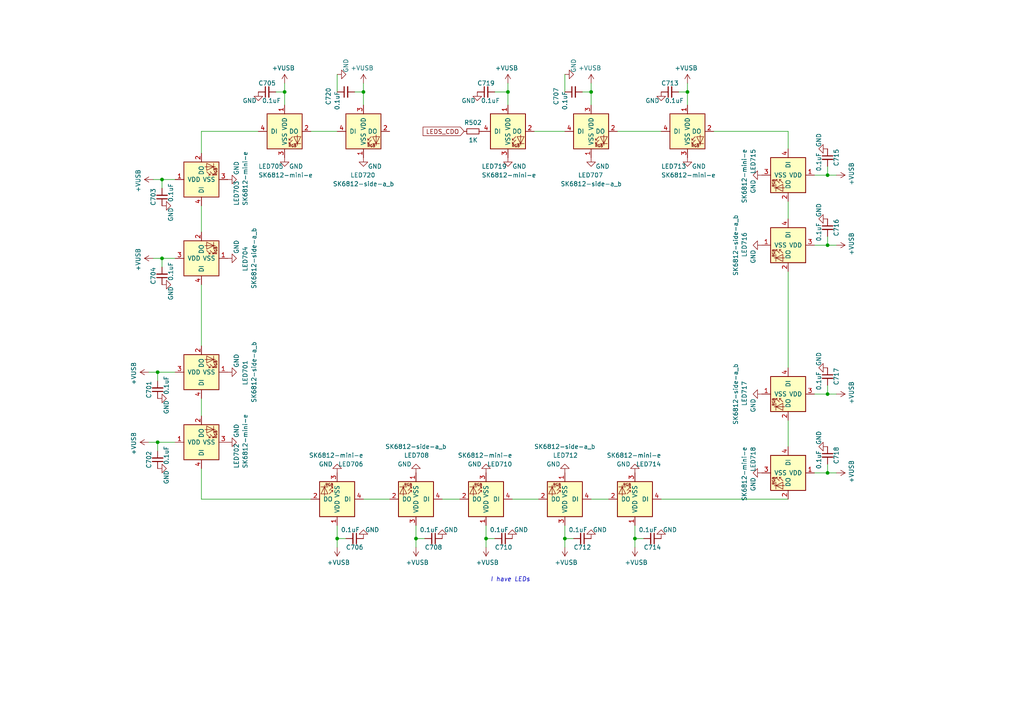
<source format=kicad_sch>
(kicad_sch (version 20231120) (generator "eeschema") (generator_version "8.0")
  (paper "A4")
  (lib_symbols
    (symbol "Device:C_Small" (pin_numbers hide) (pin_names (offset 0.254) hide)
      (property "Reference" "C" (at 0.254 1.778 0))
      (property "Value" "C_Small" (at 0.254 -2.032 0))
      (symbol "C_Small_0_1"
        (polyline (pts (xy -1.524 -0.508) (xy 1.524 -0.508)) (stroke (width 0.3302)))
        (polyline (pts (xy -1.524 0.508) (xy 1.524 0.508)) (stroke (width 0.3048)))
      )
      (symbol "C_Small_1_1"
        (pin passive line (at 0 2.54 270) (length 2.032) (name "~") (number "1"))
        (pin passive line (at 0 -2.54 90) (length 2.032) (name "~") (number "2"))
      )
    )
    (symbol "Device:R_Small" (pin_numbers hide) (pin_names (offset 0.254) hide)
      (property "Reference" "R" (at 0.762 0.508 0))
      (property "Value" "R_Small" (at 0.762 -1.016 0))
      (symbol "R_Small_0_1"
        (rectangle (start -0.762 1.778) (end 0.762 -1.778) (stroke (width 0.2032)))
      )
      (symbol "R_Small_1_1"
        (pin passive line (at 0 2.54 270) (length 0.762) (name "~") (number "1"))
        (pin passive line (at 0 -2.54 90) (length 0.762) (name "~") (number "2"))
      )
    )
    (symbol "dp-LED:SK6812-mini-e" (pin_names (offset 1.016))
      (property "Reference" "LED" (at 11.43 -5.08 0))
      (property "Value" "SK6812-mini-e" (at 11.43 -7.62 0))
      (symbol "SK6812-mini-e_1_1"
        (polyline (pts (xy 1.27 -3.556) (xy 1.778 -3.556)))
        (polyline (pts (xy 1.27 -2.54) (xy 1.778 -2.54)))
        (polyline (pts (xy 4.699 -3.556) (xy 2.667 -3.556)))
        (polyline (pts (xy 2.286 -2.54) (xy 1.27 -3.556) (xy 1.27 -3.048)))
        (polyline (pts (xy 2.286 -1.524) (xy 1.27 -2.54) (xy 1.27 -2.032)))
        (polyline (pts (xy 3.683 -1.016) (xy 3.683 -3.556) (xy 3.683 -4.064)))
        (polyline (pts (xy 4.699 -1.524) (xy 2.667 -1.524) (xy 3.683 -3.556) (xy 4.699 -1.524)))
        (rectangle (start 5.08 5.08) (end -5.08 -5.08) (stroke (width 0.254)) (fill (type background)))
        (text "RGB" (at 2.286 -4.191 0) (effects (font (size 0.762 0.762))))
        (pin power_in line (at 0 7.62 270) (length 2.54) (name "VDD") (number "1"))
        (pin output line (at 7.62 0 180) (length 2.54) (name "DO") (number "2"))
        (pin power_in line (at 0 -7.62 90) (length 2.54) (name "VSS") (number "3"))
        (pin input line (at -7.62 0 0) (length 2.54) (name "DI") (number "4"))
      )
    )
    (symbol "dp-LED:SK6812-side-a_b" (pin_names (offset 1.016))
      (property "Reference" "LED" (at 12.7 -5.08 0))
      (property "Value" "SK6812-side-a_b" (at 12.7 -7.62 0))
      (symbol "SK6812-side-a_b_1_1"
        (polyline (pts (xy 1.27 -3.556) (xy 1.778 -3.556)))
        (polyline (pts (xy 1.27 -2.54) (xy 1.778 -2.54)))
        (polyline (pts (xy 4.699 -3.556) (xy 2.667 -3.556)))
        (polyline (pts (xy 2.286 -2.54) (xy 1.27 -3.556) (xy 1.27 -3.048)))
        (polyline (pts (xy 2.286 -1.524) (xy 1.27 -2.54) (xy 1.27 -2.032)))
        (polyline (pts (xy 3.683 -1.016) (xy 3.683 -3.556) (xy 3.683 -4.064)))
        (polyline (pts (xy 4.699 -1.524) (xy 2.667 -1.524) (xy 3.683 -3.556) (xy 4.699 -1.524)))
        (rectangle (start 5.08 5.08) (end -5.08 -5.08) (stroke (width 0.254)) (fill (type background)))
        (text "RGB" (at 2.286 -4.191 0) (effects (font (size 0.762 0.762))))
        (pin power_in line (at 0 -7.62 90) (length 2.54) (name "VSS") (number "1"))
        (pin output line (at 7.62 0 180) (length 2.54) (name "DO") (number "2"))
        (pin power_in line (at 0 7.62 270) (length 2.54) (name "VDD") (number "3"))
        (pin input line (at -7.62 0 0) (length 2.54) (name "DI") (number "4"))
      )
    )
    (symbol "dp-power:+VUSB" (power) (pin_names (offset 1.016))
      (property "Value" "+VUSB" (at 0 5.08 0))
      (symbol "+VUSB_0_1"
        (polyline (pts (xy 0 0) (xy 0 2.54)))
        (polyline (pts (xy 0 2.54) (xy -0.762 1.27)))
        (polyline (pts (xy 0 2.54) (xy 0.762 1.27)))
      )
      (symbol "+VUSB_1_1"
        (pin power_in line (at 0 0 90) (length 0) hide (name "+VUSB") (number "1"))
      )
    )
    (symbol "power:GND" (power) (pin_names (offset 0))
      (property "Value" "GND" (at 0 -3.81 0))
      (symbol "GND_0_1"
        (polyline (pts (xy 0 0) (xy 0 -1.27) (xy 1.27 -1.27) (xy 0 -2.54) (xy -1.27 -1.27) (xy 0 -1.27)))
      )
      (symbol "GND_1_1"
        (pin power_in line (at 0 0 270) (length 0) hide (name "GND") (number "1"))
      )
    )
  )
  (junction (at 199.39 26.67))
  (junction (at 140.97 156.21))
  (junction (at 171.45 26.67))
  (junction (at 147.32 26.67))
  (junction (at 240.03 137.16))
  (junction (at 105.41 26.67))
  (junction (at 184.15 156.21))
  (junction (at 82.55 26.67))
  (junction (at 240.03 114.3))
  (junction (at 45.72 107.95))
  (junction (at 46.99 74.93))
  (junction (at 46.99 52.07))
  (junction (at 97.79 156.21))
  (junction (at 240.03 50.8))
  (junction (at 120.65 156.21))
  (junction (at 163.83 156.21))
  (junction (at 45.72 128.27))
  (junction (at 240.03 71.12))
  (wire (pts (xy 240.03 48.26) (xy 240.03 50.8)))
  (wire (pts (xy 228.6 129.54) (xy 228.6 121.92)))
  (wire (pts (xy 240.03 71.12) (xy 236.22 71.12)))
  (wire (pts (xy 148.59 144.78) (xy 156.21 144.78)))
  (wire (pts (xy 196.85 26.67) (xy 199.39 26.67)))
  (wire (pts (xy 240.03 111.76) (xy 240.03 114.3)))
  (wire (pts (xy 58.42 82.55) (xy 58.42 100.33)))
  (wire (pts (xy 199.39 24.13) (xy 199.39 26.67)))
  (wire (pts (xy 179.07 38.1) (xy 191.77 38.1)))
  (wire (pts (xy 58.42 44.45) (xy 58.42 38.1)))
  (wire (pts (xy 140.97 156.21) (xy 140.97 152.4)))
  (wire (pts (xy 46.99 77.47) (xy 46.99 74.93)))
  (wire (pts (xy 163.83 156.21) (xy 163.83 152.4)))
  (wire (pts (xy 184.15 158.75) (xy 184.15 156.21)))
  (wire (pts (xy 154.94 38.1) (xy 163.83 38.1)))
  (wire (pts (xy 45.72 110.49) (xy 45.72 107.95)))
  (wire (pts (xy 228.6 58.42) (xy 228.6 63.5)))
  (wire (pts (xy 45.72 107.95) (xy 50.8 107.95)))
  (wire (pts (xy 143.51 156.21) (xy 140.97 156.21)))
  (wire (pts (xy 228.6 78.74) (xy 228.6 106.68)))
  (wire (pts (xy 147.32 26.67) (xy 147.32 30.48)))
  (wire (pts (xy 133.35 144.78) (xy 128.27 144.78)))
  (wire (pts (xy 105.41 24.13) (xy 105.41 26.67)))
  (wire (pts (xy 58.42 59.69) (xy 58.42 67.31)))
  (wire (pts (xy 43.18 107.95) (xy 45.72 107.95)))
  (wire (pts (xy 140.97 158.75) (xy 140.97 156.21)))
  (wire (pts (xy 46.99 52.07) (xy 50.8 52.07)))
  (wire (pts (xy 123.19 156.21) (xy 120.65 156.21)))
  (wire (pts (xy 97.79 156.21) (xy 97.79 152.4)))
  (wire (pts (xy 97.79 158.75) (xy 97.79 156.21)))
  (wire (pts (xy 45.72 130.81) (xy 45.72 128.27)))
  (wire (pts (xy 120.65 156.21) (xy 120.65 152.4)))
  (wire (pts (xy 97.79 26.67) (xy 97.79 21.59)))
  (wire (pts (xy 80.01 26.67) (xy 82.55 26.67)))
  (wire (pts (xy 147.32 24.13) (xy 147.32 26.67)))
  (wire (pts (xy 168.91 26.67) (xy 171.45 26.67)))
  (wire (pts (xy 242.57 114.3) (xy 240.03 114.3)))
  (wire (pts (xy 186.69 156.21) (xy 184.15 156.21)))
  (wire (pts (xy 105.41 26.67) (xy 105.41 30.48)))
  (wire (pts (xy 58.42 135.89) (xy 58.42 144.78)))
  (wire (pts (xy 120.65 158.75) (xy 120.65 156.21)))
  (wire (pts (xy 242.57 71.12) (xy 240.03 71.12)))
  (wire (pts (xy 44.45 52.07) (xy 46.99 52.07)))
  (wire (pts (xy 100.33 156.21) (xy 97.79 156.21)))
  (wire (pts (xy 228.6 43.18) (xy 228.6 38.1)))
  (wire (pts (xy 171.45 24.13) (xy 171.45 26.67)))
  (wire (pts (xy 102.87 26.67) (xy 105.41 26.67)))
  (wire (pts (xy 44.45 74.93) (xy 46.99 74.93)))
  (wire (pts (xy 240.03 68.58) (xy 240.03 71.12)))
  (wire (pts (xy 176.53 144.78) (xy 171.45 144.78)))
  (wire (pts (xy 82.55 24.13) (xy 82.55 26.67)))
  (wire (pts (xy 240.03 137.16) (xy 236.22 137.16)))
  (wire (pts (xy 184.15 156.21) (xy 184.15 152.4)))
  (wire (pts (xy 163.83 26.67) (xy 163.83 21.59)))
  (wire (pts (xy 46.99 54.61) (xy 46.99 52.07)))
  (wire (pts (xy 171.45 26.67) (xy 171.45 30.48)))
  (wire (pts (xy 90.17 144.78) (xy 58.42 144.78)))
  (wire (pts (xy 166.37 156.21) (xy 163.83 156.21)))
  (wire (pts (xy 199.39 26.67) (xy 199.39 30.48)))
  (wire (pts (xy 58.42 120.65) (xy 58.42 115.57)))
  (wire (pts (xy 43.18 128.27) (xy 45.72 128.27)))
  (wire (pts (xy 207.01 38.1) (xy 228.6 38.1)))
  (wire (pts (xy 46.99 74.93) (xy 50.8 74.93)))
  (wire (pts (xy 58.42 38.1) (xy 74.93 38.1)))
  (wire (pts (xy 242.57 137.16) (xy 240.03 137.16)))
  (wire (pts (xy 191.77 144.78) (xy 228.6 144.78)))
  (wire (pts (xy 45.72 128.27) (xy 50.8 128.27)))
  (wire (pts (xy 82.55 26.67) (xy 82.55 30.48)))
  (wire (pts (xy 105.41 144.78) (xy 113.03 144.78)))
  (wire (pts (xy 163.83 158.75) (xy 163.83 156.21)))
  (wire (pts (xy 143.51 26.67) (xy 147.32 26.67)))
  (wire (pts (xy 240.03 114.3) (xy 236.22 114.3)))
  (wire (pts (xy 90.17 38.1) (xy 97.79 38.1)))
  (wire (pts (xy 240.03 50.8) (xy 236.22 50.8)))
  (wire (pts (xy 242.57 50.8) (xy 240.03 50.8)))
  (wire (pts (xy 240.03 134.62) (xy 240.03 137.16)))
  (text "I have LEDs" (at 142.24 168.91 0) (effects (font (size 1.27 1.27) (italic yes)) (justify left bottom)))
  (global_label "LEDS_CDO" (shape input) (at 134.62 38.1 180) (property "Intersheetrefs" "${INTERSHEET_REFS}" (effects (hide yes))))
  (symbol (lib_id "dp-power:+VUSB") (at 44.45 74.93 90) (unit 1)
    (property "Reference" "#PWR0704" (effects (hide yes)))
    (property "Value" "+VUSB" (at 40.0558 75.311 0))
  )
  (symbol (lib_id "power:GND") (at 46.99 82.55 90) (unit 1)
    (property "Reference" "#PWR0708" (effects (hide yes)))
    (property "Value" "GND" (at 49.53 85.09 0))
  )
  (symbol (lib_id "Device:C_Small") (at 46.99 80.01 180) (unit 1)
    (property "Reference" "C704" (at 44.45 80.01 90))
    (property "Value" "0.1uF" (at 49.53 78.74 90))
    (property "Footprint" "Capacitor_SMD:C_0402_1005Metric" (effects (hide yes)))
    (property "RMB" "0.00628" (effects (hide yes)))
    (property "Supplier" "https://item.szlcsc.com/1877.html" (effects (hide yes)))
  )
  (symbol (lib_id "power:GND") (at 66.04 74.93 90) (unit 1)
    (property "Reference" "#PWR0712" (effects (hide yes)))
    (property "Value" "GND" (at 68.58 73.66 0) (effects (justify left)))
  )
  (symbol (lib_id "dp-power:+VUSB") (at 44.45 52.07 90) (unit 1)
    (property "Reference" "#PWR0703" (effects (hide yes)))
    (property "Value" "+VUSB" (at 40.0558 52.451 0))
  )
  (symbol (lib_id "power:GND") (at 46.99 59.69 90) (unit 1)
    (property "Reference" "#PWR0707" (effects (hide yes)))
    (property "Value" "GND" (at 49.53 62.23 0))
  )
  (symbol (lib_id "Device:C_Small") (at 46.99 57.15 180) (unit 1)
    (property "Reference" "C703" (at 44.45 57.15 90))
    (property "Value" "0.1uF" (at 49.53 55.88 90))
    (property "Footprint" "Capacitor_SMD:C_0402_1005Metric" (effects (hide yes)))
    (property "RMB" "0.00628" (effects (hide yes)))
    (property "Supplier" "https://item.szlcsc.com/1877.html" (effects (hide yes)))
  )
  (symbol (lib_id "power:GND") (at 66.04 52.07 90) (unit 1)
    (property "Reference" "#PWR0711" (effects (hide yes)))
    (property "Value" "GND" (at 68.58 50.8 0) (effects (justify left)))
  )
  (symbol (lib_id "dp-LED:SK6812-mini-e") (at 58.42 52.07 90) (unit 1)
    (property "Reference" "LED703" (at 68.58 59.69 0) (effects (justify left)))
    (property "Value" "SK6812-mini-e" (at 71.12 59.69 0) (effects (justify left)))
    (property "Footprint" "dp-LED:SK6812-mini-e" (effects (hide yes)))
    (property "RMB" "0.5296" (effects (hide yes)))
    (property "Supplier" "https://item.szlcsc.com/542109.html" (effects (hide yes)))
  )
  (symbol (lib_id "dp-power:+VUSB") (at 82.55 24.13 0) (unit 1)
    (property "Reference" "#PWR0714" (effects (hide yes)))
    (property "Value" "+VUSB" (at 82.169 19.7358 0))
  )
  (symbol (lib_id "power:GND") (at 74.93 26.67 0) (unit 1)
    (property "Reference" "#PWR0713" (effects (hide yes)))
    (property "Value" "GND" (at 72.39 29.21 0))
  )
  (symbol (lib_id "power:GND") (at 82.55 45.72 0) (unit 1)
    (property "Reference" "#PWR0715" (effects (hide yes)))
    (property "Value" "GND" (at 83.82 48.26 0) (effects (justify left)))
  )
  (symbol (lib_id "dp-LED:SK6812-mini-e") (at 82.55 38.1 0) (unit 1)
    (property "Reference" "LED705" (at 74.93 48.26 0) (effects (justify left)))
    (property "Value" "SK6812-mini-e" (at 74.93 50.8 0) (effects (justify left)))
    (property "Footprint" "dp-LED:SK6812-mini-e" (effects (hide yes)))
    (property "RMB" "0.5296" (effects (hide yes)))
    (property "Supplier" "https://item.szlcsc.com/542109.html" (effects (hide yes)))
  )
  (symbol (lib_id "Device:C_Small") (at 77.47 26.67 90) (unit 1)
    (property "Reference" "C705" (at 77.47 24.13 90))
    (property "Value" "0.1uF" (at 78.74 29.21 90))
    (property "Footprint" "Capacitor_SMD:C_0402_1005Metric" (effects (hide yes)))
    (property "RMB" "0.00628" (effects (hide yes)))
    (property "Supplier" "https://item.szlcsc.com/1877.html" (effects (hide yes)))
  )
  (symbol (lib_id "dp-power:+VUSB") (at 199.39 24.13 0) (unit 1)
    (property "Reference" "#PWR0738" (effects (hide yes)))
    (property "Value" "+VUSB" (at 199.009 19.7358 0))
  )
  (symbol (lib_id "power:GND") (at 191.77 26.67 0) (unit 1)
    (property "Reference" "#PWR0737" (effects (hide yes)))
    (property "Value" "GND" (at 189.23 29.21 0))
  )
  (symbol (lib_id "power:GND") (at 199.39 45.72 0) (unit 1)
    (property "Reference" "#PWR0739" (effects (hide yes)))
    (property "Value" "GND" (at 200.66 48.26 0) (effects (justify left)))
  )
  (symbol (lib_id "dp-LED:SK6812-mini-e") (at 199.39 38.1 0) (unit 1)
    (property "Reference" "LED713" (at 191.77 48.26 0) (effects (justify left)))
    (property "Value" "SK6812-mini-e" (at 191.77 50.8 0) (effects (justify left)))
    (property "Footprint" "dp-LED:SK6812-mini-e" (effects (hide yes)))
    (property "RMB" "0.5296" (effects (hide yes)))
    (property "Supplier" "https://item.szlcsc.com/542109.html" (effects (hide yes)))
  )
  (symbol (lib_id "Device:C_Small") (at 194.31 26.67 90) (unit 1)
    (property "Reference" "C713" (at 194.31 24.13 90))
    (property "Value" "0.1uF" (at 195.58 29.21 90))
    (property "Footprint" "Capacitor_SMD:C_0402_1005Metric" (effects (hide yes)))
    (property "RMB" "0.00628" (effects (hide yes)))
    (property "Supplier" "https://item.szlcsc.com/1877.html" (effects (hide yes)))
  )
  (symbol (lib_id "dp-power:+VUSB") (at 242.57 71.12 270) (unit 1)
    (property "Reference" "#PWR0752" (effects (hide yes)))
    (property "Value" "+VUSB" (at 246.9642 70.739 0))
  )
  (symbol (lib_id "power:GND") (at 240.03 63.5 270) (unit 1)
    (property "Reference" "#PWR0748" (effects (hide yes)))
    (property "Value" "GND" (at 237.49 60.96 0))
  )
  (symbol (lib_id "Device:C_Small") (at 240.03 66.04 0) (unit 1)
    (property "Reference" "C716" (at 242.57 66.04 90))
    (property "Value" "0.1uF" (at 237.49 67.31 90))
    (property "Footprint" "Capacitor_SMD:C_0402_1005Metric" (effects (hide yes)))
    (property "RMB" "0.00628" (effects (hide yes)))
    (property "Supplier" "https://item.szlcsc.com/1877.html" (effects (hide yes)))
  )
  (symbol (lib_id "power:GND") (at 220.98 71.12 270) (unit 1)
    (property "Reference" "#PWR0744" (effects (hide yes)))
    (property "Value" "GND" (at 218.44 72.39 0) (effects (justify left)))
  )
  (symbol (lib_id "dp-power:+VUSB") (at 242.57 50.8 270) (unit 1)
    (property "Reference" "#PWR0751" (effects (hide yes)))
    (property "Value" "+VUSB" (at 246.9642 50.419 0))
  )
  (symbol (lib_id "power:GND") (at 240.03 43.18 270) (unit 1)
    (property "Reference" "#PWR0747" (effects (hide yes)))
    (property "Value" "GND" (at 237.49 40.64 0))
  )
  (symbol (lib_id "power:GND") (at 220.98 50.8 270) (unit 1)
    (property "Reference" "#PWR0743" (effects (hide yes)))
    (property "Value" "GND" (at 218.44 52.07 0) (effects (justify left)))
  )
  (symbol (lib_id "dp-LED:SK6812-mini-e") (at 228.6 50.8 270) (unit 1)
    (property "Reference" "LED715" (at 218.44 43.18 0) (effects (justify left)))
    (property "Value" "SK6812-mini-e" (at 215.9 43.18 0) (effects (justify left)))
    (property "Footprint" "dp-LED:SK6812-mini-e" (effects (hide yes)))
    (property "RMB" "0.5296" (effects (hide yes)))
    (property "Supplier" "https://item.szlcsc.com/542109.html" (effects (hide yes)))
  )
  (symbol (lib_id "Device:C_Small") (at 240.03 45.72 0) (unit 1)
    (property "Reference" "C715" (at 242.57 45.72 90))
    (property "Value" "0.1uF" (at 237.49 46.99 90))
    (property "Footprint" "Capacitor_SMD:C_0402_1005Metric" (effects (hide yes)))
    (property "RMB" "0.00628" (effects (hide yes)))
    (property "Supplier" "https://item.szlcsc.com/1877.html" (effects (hide yes)))
  )
  (symbol (lib_id "dp-power:+VUSB") (at 242.57 114.3 270) (unit 1)
    (property "Reference" "#PWR0753" (effects (hide yes)))
    (property "Value" "+VUSB" (at 246.9642 113.919 0))
  )
  (symbol (lib_id "power:GND") (at 240.03 106.68 270) (unit 1)
    (property "Reference" "#PWR0749" (effects (hide yes)))
    (property "Value" "GND" (at 237.49 104.14 0))
  )
  (symbol (lib_id "Device:C_Small") (at 240.03 109.22 0) (unit 1)
    (property "Reference" "C717" (at 242.57 109.22 90))
    (property "Value" "0.1uF" (at 237.49 110.49 90))
    (property "Footprint" "Capacitor_SMD:C_0402_1005Metric" (effects (hide yes)))
    (property "RMB" "0.00628" (effects (hide yes)))
    (property "Supplier" "https://item.szlcsc.com/1877.html" (effects (hide yes)))
  )
  (symbol (lib_id "power:GND") (at 220.98 114.3 270) (unit 1)
    (property "Reference" "#PWR0745" (effects (hide yes)))
    (property "Value" "GND" (at 218.44 115.57 0) (effects (justify left)))
  )
  (symbol (lib_id "dp-power:+VUSB") (at 242.57 137.16 270) (unit 1)
    (property "Reference" "#PWR0754" (effects (hide yes)))
    (property "Value" "+VUSB" (at 246.9642 136.779 0))
  )
  (symbol (lib_id "power:GND") (at 240.03 129.54 270) (unit 1)
    (property "Reference" "#PWR0750" (effects (hide yes)))
    (property "Value" "GND" (at 237.49 127 0))
  )
  (symbol (lib_id "power:GND") (at 220.98 137.16 270) (unit 1)
    (property "Reference" "#PWR0746" (effects (hide yes)))
    (property "Value" "GND" (at 218.44 138.43 0) (effects (justify left)))
  )
  (symbol (lib_id "dp-LED:SK6812-mini-e") (at 228.6 137.16 270) (unit 1)
    (property "Reference" "LED718" (at 218.44 129.54 0) (effects (justify left)))
    (property "Value" "SK6812-mini-e" (at 215.9 129.54 0) (effects (justify left)))
    (property "Footprint" "dp-LED:SK6812-mini-e" (effects (hide yes)))
    (property "RMB" "0.5296" (effects (hide yes)))
    (property "Supplier" "https://item.szlcsc.com/542109.html" (effects (hide yes)))
  )
  (symbol (lib_id "Device:C_Small") (at 240.03 132.08 0) (unit 1)
    (property "Reference" "C718" (at 242.57 132.08 90))
    (property "Value" "0.1uF" (at 237.49 133.35 90))
    (property "Footprint" "Capacitor_SMD:C_0402_1005Metric" (effects (hide yes)))
    (property "RMB" "0.00628" (effects (hide yes)))
    (property "Supplier" "https://item.szlcsc.com/1877.html" (effects (hide yes)))
  )
  (symbol (lib_id "dp-power:+VUSB") (at 163.83 158.75 180) (unit 1)
    (property "Reference" "#PWR0735" (effects (hide yes)))
    (property "Value" "+VUSB" (at 164.211 163.1442 0))
  )
  (symbol (lib_id "power:GND") (at 171.45 156.21 180) (unit 1)
    (property "Reference" "#PWR0736" (effects (hide yes)))
    (property "Value" "GND" (at 173.99 153.67 0))
  )
  (symbol (lib_id "Device:C_Small") (at 168.91 156.21 270) (unit 1)
    (property "Reference" "C712" (at 168.91 158.75 90))
    (property "Value" "0.1uF" (at 167.64 153.67 90))
    (property "Footprint" "Capacitor_SMD:C_0402_1005Metric" (effects (hide yes)))
    (property "RMB" "0.00628" (effects (hide yes)))
    (property "Supplier" "https://item.szlcsc.com/1877.html" (effects (hide yes)))
  )
  (symbol (lib_id "power:GND") (at 163.83 137.16 180) (unit 1)
    (property "Reference" "#PWR0734" (effects (hide yes)))
    (property "Value" "GND" (at 162.56 134.62 0) (effects (justify left)))
  )
  (symbol (lib_id "dp-power:+VUSB") (at 184.15 158.75 180) (unit 1)
    (property "Reference" "#PWR0741" (effects (hide yes)))
    (property "Value" "+VUSB" (at 184.531 163.1442 0))
  )
  (symbol (lib_id "power:GND") (at 191.77 156.21 180) (unit 1)
    (property "Reference" "#PWR0742" (effects (hide yes)))
    (property "Value" "GND" (at 194.31 153.67 0))
  )
  (symbol (lib_id "power:GND") (at 184.15 137.16 180) (unit 1)
    (property "Reference" "#PWR0740" (effects (hide yes)))
    (property "Value" "GND" (at 182.88 134.62 0) (effects (justify left)))
  )
  (symbol (lib_id "dp-LED:SK6812-mini-e") (at 184.15 144.78 180) (unit 1)
    (property "Reference" "LED714" (at 191.77 134.62 0) (effects (justify left)))
    (property "Value" "SK6812-mini-e" (at 191.77 132.08 0) (effects (justify left)))
    (property "Footprint" "dp-LED:SK6812-mini-e" (effects (hide yes)))
    (property "RMB" "0.5296" (effects (hide yes)))
    (property "Supplier" "https://item.szlcsc.com/542109.html" (effects (hide yes)))
  )
  (symbol (lib_id "Device:C_Small") (at 189.23 156.21 270) (unit 1)
    (property "Reference" "C714" (at 189.23 158.75 90))
    (property "Value" "0.1uF" (at 187.96 153.67 90))
    (property "Footprint" "Capacitor_SMD:C_0402_1005Metric" (effects (hide yes)))
    (property "RMB" "0.00628" (effects (hide yes)))
    (property "Supplier" "https://item.szlcsc.com/1877.html" (effects (hide yes)))
  )
  (symbol (lib_id "dp-power:+VUSB") (at 120.65 158.75 180) (unit 1)
    (property "Reference" "#PWR0723" (effects (hide yes)))
    (property "Value" "+VUSB" (at 121.031 163.1442 0))
  )
  (symbol (lib_id "power:GND") (at 128.27 156.21 180) (unit 1)
    (property "Reference" "#PWR0724" (effects (hide yes)))
    (property "Value" "GND" (at 130.81 153.67 0))
  )
  (symbol (lib_id "Device:C_Small") (at 125.73 156.21 270) (unit 1)
    (property "Reference" "C708" (at 125.73 158.75 90))
    (property "Value" "0.1uF" (at 124.46 153.67 90))
    (property "Footprint" "Capacitor_SMD:C_0402_1005Metric" (effects (hide yes)))
    (property "RMB" "0.00628" (effects (hide yes)))
    (property "Supplier" "https://item.szlcsc.com/1877.html" (effects (hide yes)))
  )
  (symbol (lib_id "power:GND") (at 120.65 137.16 180) (unit 1)
    (property "Reference" "#PWR0722" (effects (hide yes)))
    (property "Value" "GND" (at 119.38 134.62 0) (effects (justify left)))
  )
  (symbol (lib_id "dp-power:+VUSB") (at 140.97 158.75 180) (unit 1)
    (property "Reference" "#PWR0729" (effects (hide yes)))
    (property "Value" "+VUSB" (at 141.351 163.1442 0))
  )
  (symbol (lib_id "power:GND") (at 148.59 156.21 180) (unit 1)
    (property "Reference" "#PWR0730" (effects (hide yes)))
    (property "Value" "GND" (at 151.13 153.67 0))
  )
  (symbol (lib_id "power:GND") (at 140.97 137.16 180) (unit 1)
    (property "Reference" "#PWR0728" (effects (hide yes)))
    (property "Value" "GND" (at 139.7 134.62 0) (effects (justify left)))
  )
  (symbol (lib_id "dp-LED:SK6812-mini-e") (at 140.97 144.78 180) (unit 1)
    (property "Reference" "LED710" (at 148.59 134.62 0) (effects (justify left)))
    (property "Value" "SK6812-mini-e" (at 148.59 132.08 0) (effects (justify left)))
    (property "Footprint" "dp-LED:SK6812-mini-e" (effects (hide yes)))
    (property "RMB" "0.5296" (effects (hide yes)))
    (property "Supplier" "https://item.szlcsc.com/542109.html" (effects (hide yes)))
  )
  (symbol (lib_id "Device:C_Small") (at 146.05 156.21 270) (unit 1)
    (property "Reference" "C710" (at 146.05 158.75 90))
    (property "Value" "0.1uF" (at 144.78 153.67 90))
    (property "Footprint" "Capacitor_SMD:C_0402_1005Metric" (effects (hide yes)))
    (property "RMB" "0.00628" (effects (hide yes)))
    (property "Supplier" "https://item.szlcsc.com/1877.html" (effects (hide yes)))
  )
  (symbol (lib_id "dp-power:+VUSB") (at 97.79 158.75 180) (unit 1)
    (property "Reference" "#PWR0717" (effects (hide yes)))
    (property "Value" "+VUSB" (at 98.171 163.1442 0))
  )
  (symbol (lib_id "power:GND") (at 105.41 156.21 180) (unit 1)
    (property "Reference" "#PWR0718" (effects (hide yes)))
    (property "Value" "GND" (at 107.95 153.67 0))
  )
  (symbol (lib_id "power:GND") (at 97.79 137.16 180) (unit 1)
    (property "Reference" "#PWR0716" (effects (hide yes)))
    (property "Value" "GND" (at 96.52 134.62 0) (effects (justify left)))
  )
  (symbol (lib_id "dp-LED:SK6812-mini-e") (at 97.79 144.78 180) (unit 1)
    (property "Reference" "LED706" (at 105.41 134.62 0) (effects (justify left)))
    (property "Value" "SK6812-mini-e" (at 105.41 132.08 0) (effects (justify left)))
    (property "Footprint" "dp-LED:SK6812-mini-e" (effects (hide yes)))
    (property "RMB" "0.5296" (effects (hide yes)))
    (property "Supplier" "https://item.szlcsc.com/542109.html" (effects (hide yes)))
  )
  (symbol (lib_id "Device:C_Small") (at 102.87 156.21 270) (unit 1)
    (property "Reference" "C706" (at 102.87 158.75 90))
    (property "Value" "0.1uF" (at 101.6 153.67 90))
    (property "Footprint" "Capacitor_SMD:C_0402_1005Metric" (effects (hide yes)))
    (property "RMB" "0.00628" (effects (hide yes)))
    (property "Supplier" "https://item.szlcsc.com/1877.html" (effects (hide yes)))
  )
  (symbol (lib_id "dp-power:+VUSB") (at 43.18 107.95 90) (unit 1)
    (property "Reference" "#PWR0701" (effects (hide yes)))
    (property "Value" "+VUSB" (at 38.7858 108.331 0))
  )
  (symbol (lib_id "power:GND") (at 45.72 115.57 90) (unit 1)
    (property "Reference" "#PWR0705" (effects (hide yes)))
    (property "Value" "GND" (at 48.26 118.11 0))
  )
  (symbol (lib_id "Device:C_Small") (at 45.72 113.03 180) (unit 1)
    (property "Reference" "C701" (at 43.18 113.03 90))
    (property "Value" "0.1uF" (at 48.26 111.76 90))
    (property "Footprint" "Capacitor_SMD:C_0402_1005Metric" (effects (hide yes)))
    (property "RMB" "0.00628" (effects (hide yes)))
    (property "Supplier" "https://item.szlcsc.com/1877.html" (effects (hide yes)))
  )
  (symbol (lib_id "power:GND") (at 66.04 107.95 90) (unit 1)
    (property "Reference" "#PWR0709" (effects (hide yes)))
    (property "Value" "GND" (at 68.58 106.68 0) (effects (justify left)))
  )
  (symbol (lib_id "dp-power:+VUSB") (at 43.18 128.27 90) (unit 1)
    (property "Reference" "#PWR0702" (effects (hide yes)))
    (property "Value" "+VUSB" (at 38.7858 128.651 0))
  )
  (symbol (lib_id "power:GND") (at 45.72 135.89 90) (unit 1)
    (property "Reference" "#PWR0706" (effects (hide yes)))
    (property "Value" "GND" (at 48.26 138.43 0))
  )
  (symbol (lib_id "power:GND") (at 66.04 128.27 90) (unit 1)
    (property "Reference" "#PWR0710" (effects (hide yes)))
    (property "Value" "GND" (at 68.58 127 0) (effects (justify left)))
  )
  (symbol (lib_id "dp-LED:SK6812-mini-e") (at 58.42 128.27 90) (unit 1)
    (property "Reference" "LED702" (at 68.58 135.89 0) (effects (justify left)))
    (property "Value" "SK6812-mini-e" (at 71.12 135.89 0) (effects (justify left)))
    (property "Footprint" "dp-LED:SK6812-mini-e" (effects (hide yes)))
    (property "RMB" "0.5296" (effects (hide yes)))
    (property "Supplier" "https://item.szlcsc.com/542109.html" (effects (hide yes)))
  )
  (symbol (lib_id "Device:C_Small") (at 45.72 133.35 180) (unit 1)
    (property "Reference" "C702" (at 43.18 133.35 90))
    (property "Value" "0.1uF" (at 48.26 132.08 90))
    (property "Footprint" "Capacitor_SMD:C_0402_1005Metric" (effects (hide yes)))
    (property "RMB" "0.00628" (effects (hide yes)))
    (property "Supplier" "https://item.szlcsc.com/1877.html" (effects (hide yes)))
  )
  (symbol (lib_id "Device:C_Small") (at 166.37 26.67 90) (unit 1)
    (property "Reference" "C707" (at 161.29 27.94 0))
    (property "Value" "0.1uF" (at 163.83 29.21 0))
    (property "Footprint" "Capacitor_SMD:C_0402_1005Metric" (effects (hide yes)))
    (property "RMB" "0.00628" (effects (hide yes)))
    (property "Supplier" "https://item.szlcsc.com/1877.html" (effects (hide yes)))
  )
  (symbol (lib_id "dp-power:+VUSB") (at 171.45 24.13 0) (unit 1)
    (property "Reference" "#PWR01" (effects (hide yes)))
    (property "Value" "+VUSB" (at 171.069 19.7358 0))
  )
  (symbol (lib_id "power:GND") (at 163.83 21.59 90) (unit 1)
    (property "Reference" "#PWR02" (effects (hide yes)))
    (property "Value" "GND" (at 166.37 19.05 0))
  )
  (symbol (lib_id "power:GND") (at 171.45 45.72 0) (unit 1)
    (property "Reference" "#PWR0130" (effects (hide yes)))
    (property "Value" "GND" (at 172.72 48.26 0) (effects (justify left)))
  )
  (symbol (lib_id "Device:R_Small") (at 137.16 38.1 90) (unit 1)
    (property "Reference" "R502" (at 134.62 35.56 90) (effects (justify right)))
    (property "Value" "1K" (at 135.89 40.64 90) (effects (justify right)))
    (property "Footprint" "Resistor_SMD:R_0402_1005Metric" (effects (hide yes)))
    (property "RMB" "0.005622" (effects (hide yes)))
    (property "Supplier" "https://item.szlcsc.com/107450.html" (effects (hide yes)))
  )
  (symbol (lib_id "dp-LED:SK6812-side-a_b") (at 171.45 38.1 0) (unit 1)
    (property "Reference" "LED707" (at 167.64 50.8 0) (effects (justify left)))
    (property "Value" "SK6812-side-a_b" (at 162.56 53.34 0) (effects (justify left)))
    (property "Footprint" "dp-LED:SK6812-side-a_b" (effects (hide yes)))
  )
  (symbol (lib_id "dp-LED:SK6812-side-a_b") (at 228.6 71.12 270) (unit 1)
    (property "Reference" "LED716" (at 215.9 67.31 0) (effects (justify left)))
    (property "Value" "SK6812-side-a_b" (at 213.36 62.23 0) (effects (justify left)))
    (property "Footprint" "dp-LED:SK6812-side-a_b" (effects (hide yes)))
  )
  (symbol (lib_id "dp-LED:SK6812-side-a_b") (at 228.6 114.3 270) (unit 1)
    (property "Reference" "LED717" (at 215.9 110.49 0) (effects (justify left)))
    (property "Value" "SK6812-side-a_b" (at 213.36 105.41 0) (effects (justify left)))
    (property "Footprint" "dp-LED:SK6812-side-a_b" (effects (hide yes)))
  )
  (symbol (lib_id "dp-LED:SK6812-side-a_b") (at 163.83 144.78 180) (unit 1)
    (property "Reference" "LED712" (at 167.64 132.08 0) (effects (justify left)))
    (property "Value" "SK6812-side-a_b" (at 172.72 129.54 0) (effects (justify left)))
    (property "Footprint" "dp-LED:SK6812-side-a_b" (effects (hide yes)))
  )
  (symbol (lib_id "dp-LED:SK6812-side-a_b") (at 120.65 144.78 180) (unit 1)
    (property "Reference" "LED708" (at 124.46 132.08 0) (effects (justify left)))
    (property "Value" "SK6812-side-a_b" (at 129.54 129.54 0) (effects (justify left)))
    (property "Footprint" "dp-LED:SK6812-side-a_b" (effects (hide yes)))
  )
  (symbol (lib_id "dp-LED:SK6812-side-a_b") (at 58.42 107.95 90) (unit 1)
    (property "Reference" "LED701" (at 71.12 111.76 0) (effects (justify left)))
    (property "Value" "SK6812-side-a_b" (at 73.66 116.84 0) (effects (justify left)))
    (property "Footprint" "dp-LED:SK6812-side-a_b" (effects (hide yes)))
  )
  (symbol (lib_id "dp-LED:SK6812-side-a_b") (at 58.42 74.93 90) (unit 1)
    (property "Reference" "LED704" (at 71.12 78.74 0) (effects (justify left)))
    (property "Value" "SK6812-side-a_b" (at 73.66 83.82 0) (effects (justify left)))
    (property "Footprint" "dp-LED:SK6812-side-a_b" (effects (hide yes)))
  )
  (symbol (lib_id "dp-LED:SK6812-mini-e") (at 147.32 38.1 0) (unit 1)
    (property "Reference" "LED719" (at 139.7 48.26 0) (effects (justify left)))
    (property "Value" "SK6812-mini-e" (at 139.7 50.8 0) (effects (justify left)))
    (property "Footprint" "dp-LED:SK6812-mini-e" (effects (hide yes)))
    (property "RMB" "0.5296" (effects (hide yes)))
    (property "Supplier" "https://item.szlcsc.com/542109.html" (effects (hide yes)))
  )
  (symbol (lib_id "power:GND") (at 147.32 45.72 0) (unit 1)
    (property "Reference" "#PWR0146" (effects (hide yes)))
    (property "Value" "GND" (at 148.59 48.26 0) (effects (justify left)))
  )
  (symbol (lib_id "dp-power:+VUSB") (at 147.32 24.13 0) (unit 1)
    (property "Reference" "#PWR0147" (effects (hide yes)))
    (property "Value" "+VUSB" (at 146.939 19.7358 0))
  )
  (symbol (lib_id "Device:C_Small") (at 140.97 26.67 90) (unit 1)
    (property "Reference" "C719" (at 140.97 24.13 90))
    (property "Value" "0.1uF" (at 142.24 29.21 90))
    (property "Footprint" "Capacitor_SMD:C_0402_1005Metric" (effects (hide yes)))
    (property "RMB" "0.00628" (effects (hide yes)))
    (property "Supplier" "https://item.szlcsc.com/1877.html" (effects (hide yes)))
  )
  (symbol (lib_id "power:GND") (at 138.43 26.67 0) (unit 1)
    (property "Reference" "#PWR0148" (effects (hide yes)))
    (property "Value" "GND" (at 135.89 29.21 0))
  )
  (symbol (lib_id "power:GND") (at 105.41 45.72 0) (unit 1)
    (property "Reference" "#PWR019" (effects (hide yes)))
    (property "Value" "GND" (at 106.68 48.26 0) (effects (justify left)))
  )
  (symbol (lib_id "dp-power:+VUSB") (at 105.41 24.13 0) (unit 1)
    (property "Reference" "#PWR018" (effects (hide yes)))
    (property "Value" "+VUSB" (at 105.029 19.7358 0))
  )
  (symbol (lib_id "power:GND") (at 97.79 21.59 90) (unit 1)
    (property "Reference" "#PWR017" (effects (hide yes)))
    (property "Value" "GND" (at 100.33 19.05 0))
  )
  (symbol (lib_id "Device:C_Small") (at 100.33 26.67 90) (unit 1)
    (property "Reference" "C720" (at 95.25 27.94 0))
    (property "Value" "0.1uF" (at 97.79 29.21 0))
    (property "Footprint" "Capacitor_SMD:C_0402_1005Metric" (effects (hide yes)))
    (property "RMB" "0.00628" (effects (hide yes)))
    (property "Supplier" "https://item.szlcsc.com/1877.html" (effects (hide yes)))
  )
  (symbol (lib_id "dp-LED:SK6812-side-a_b") (at 105.41 38.1 0) (unit 1)
    (property "Reference" "LED720" (at 101.6 50.8 0) (effects (justify left)))
    (property "Value" "SK6812-side-a_b" (at 96.52 53.34 0) (effects (justify left)))
    (property "Footprint" "dp-LED:SK6812-side-a_b" (effects (hide yes)))
  )
)
</source>
